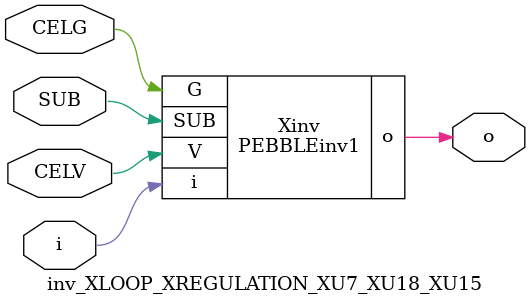
<source format=v>



module PEBBLEinv1 ( o, G, SUB, V, i );

  input V;
  input i;
  input G;
  output o;
  input SUB;
endmodule

//Celera Confidential Do Not Copy inv_XLOOP_XREGULATION_XU7_XU18_XU15
//Celera Confidential Symbol Generator
//5V Inverter
module inv_XLOOP_XREGULATION_XU7_XU18_XU15 (CELV,CELG,i,o,SUB);
input CELV;
input CELG;
input i;
input SUB;
output o;

//Celera Confidential Do Not Copy inv
PEBBLEinv1 Xinv(
.V (CELV),
.i (i),
.o (o),
.SUB (SUB),
.G (CELG)
);
//,diesize,PEBBLEinv1

//Celera Confidential Do Not Copy Module End
//Celera Schematic Generator
endmodule

</source>
